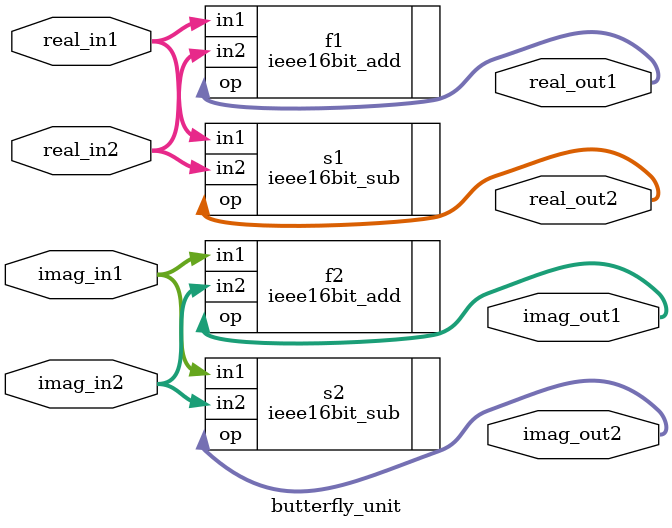
<source format=v>
module butterfly_unit (
    input wire [15:0] real_in1, imag_in1, // First complex input (X_even)
    input wire [15:0] real_in2, imag_in2, // Second complex input (X_odd)
    output reg [15:0] real_out1, imag_out1, // Output X1
    output reg [15:0] real_out2, imag_out2  // Output X2
);
  ieee16bit_add f1(.in1(real_in1),.in2(real_in2),.op(real_out1));
  ieee16bit_add f2(.in1(imag_in1),.in2(imag_in2),.op(imag_out1));
  ieee16bit_sub s1 (.in1(real_in1),.in2(real_in2),.op(real_out2));
  ieee16bit_sub s2(.in1(imag_in1),.in2(imag_in2),.op(imag_out2));
endmodule

</source>
